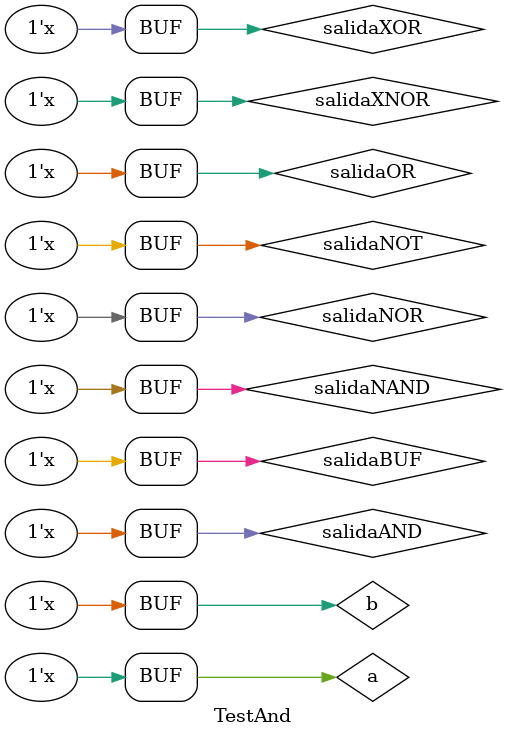
<source format=v>
module TestAnd;
	reg a,b;
	wire salidaAND, salidaOR, salidaNOT, salidaNAND, salidaNOR, salidaXOR, salidaXNOR, salidaBUF;
	and a1(salidaAND, a, b);
	or o1(salidaOR, a, b);
	not n1(salidaNOT, a);
	nand na1(salidaNAND, a, b);
	nor nor1(salidaNOR, a, b);
	xor xor1(salidaXOR, a, b);
	xnor xnor1(salidaXNOR, a, b);
	buf buffer1(salidaBUF, a);

	initial
	begin
		/*
		* Usamos monitor() ya que es similar al display
		* Lo que va a hacer es que cada vez que varie el valor de
		* a o b va a imprimir los datos por pantalla
		*/
		$monitor($time, " a=%1b, b=%1b, AND=%1b, OR=%1b, NOT=%1b, NAND=%1b, NOR=%1b, XOR=%1b, XNOR=%1b, BUF=%1b", a, b, salidaAND, salidaOR, salidaNOT, salidaNAND, salidaNOR, salidaXOR, salidaXNOR, salidaBUF);

		/*
		* A la hora de asignarlos tendremos que indicar la almohadilla
		* para indicar los instantes de tiempo que quiero esperar. En
		* este caso esperaremos 5 instantes de tiempo.
		*/
	       a = 0; b = 0;
	       #5 a = 0; b = 1;
	       #5 a = 1; b = 0;
	       #5 a = 1; b = 1;

	       #5 a = 'bx; b = 0;
	       #5 a = 'bx; b = 1;
	       #5 a = 0; b = 'bx;
	       #5 a = 1; b = 'bx;

	       #5 a = 'bz; b = 0;
	       #5 a = 'bz; b = 1;
	       #5 a = 0; b = 'bz;
	       #5 a = 1; b = 'bz;

	       #5 a = 'bx; b = 'bz;
	       #5 a = 'bx; b = 'bx;
	       #5 a = 'bz; b = 'bx;
	       #5 a = 'bz; b = 'bz;
	end
endmodule

</source>
